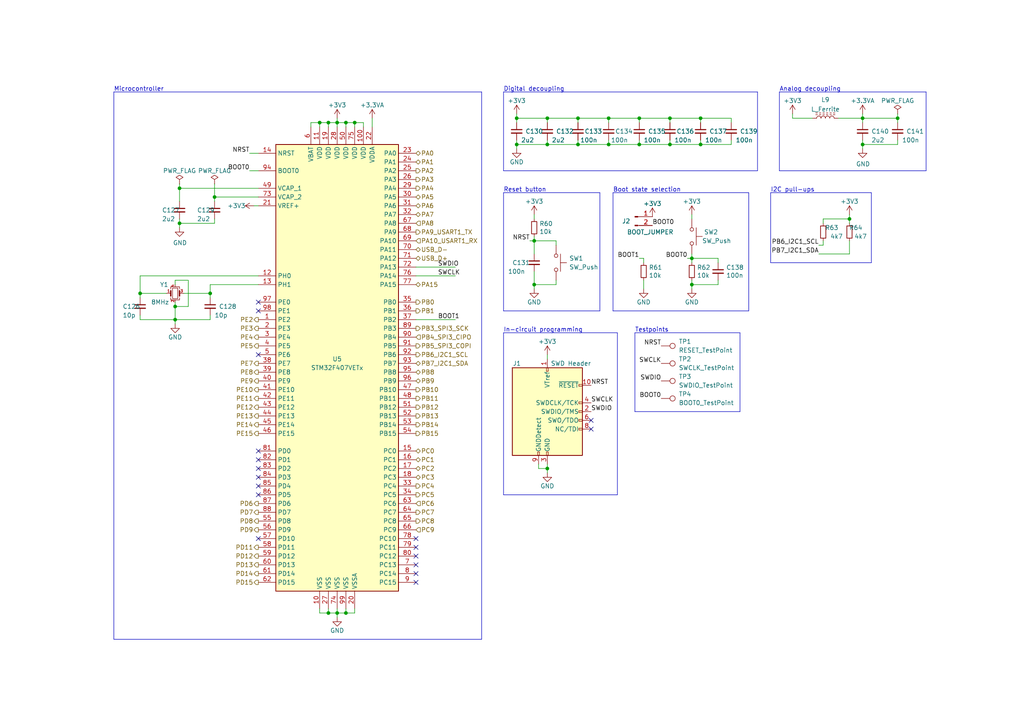
<source format=kicad_sch>
(kicad_sch (version 20231120) (generator "eeschema") (generator_version "8.0")
  (paper "A4")
  (lib_symbols
    (symbol "Connector:Conn_01x02_Male" (pin_names (offset 1.016) hide)
      (property "Reference" "J" (at 0 2.54 0))
      (property "Value" "Conn_01x02_Male" (at 0 -5.08 0))
      (symbol "Conn_01x02_Male_1_1"
        (polyline (pts (xy 1.27 -2.54) (xy 0.8636 -2.54)) (stroke (width 0.1524)))
        (polyline (pts (xy 1.27 0) (xy 0.8636 0)) (stroke (width 0.1524)))
        (rectangle (start 0.8636 -2.413) (end 0 -2.667) (stroke (width 0.1524)) (fill (type outline)))
        (rectangle (start 0.8636 0.127) (end 0 -0.127) (stroke (width 0.1524)) (fill (type outline)))
        (pin passive line (at 5.08 0 180) (length 3.81) (name "Pin_1") (number "1"))
        (pin passive line (at 5.08 -2.54 180) (length 3.81) (name "Pin_2") (number "2"))
      )
    )
    (symbol "Connector:Conn_ARM_JTAG_SWD_10" (pin_names (offset 1.016))
      (property "Reference" "J" (at -2.54 16.51 0))
      (property "Value" "Conn_ARM_JTAG_SWD_10" (at -2.54 13.97 0))
      (symbol "Conn_ARM_JTAG_SWD_10_0_1"
        (rectangle (start -10.16 12.7) (end 10.16 -12.7) (stroke (width 0.254)) (fill (type background)))
        (rectangle (start -2.794 -12.7) (end -2.286 -11.684))
        (rectangle (start -0.254 -12.7) (end 0.254 -11.684))
        (rectangle (start -0.254 12.7) (end 0.254 11.684))
        (rectangle (start 9.144 2.286) (end 10.16 2.794))
        (rectangle (start 10.16 -2.794) (end 9.144 -2.286))
        (rectangle (start 10.16 -0.254) (end 9.144 0.254))
        (rectangle (start 10.16 7.874) (end 9.144 7.366))
      )
      (symbol "Conn_ARM_JTAG_SWD_10_1_1"
        (rectangle (start 9.144 -5.334) (end 10.16 -4.826))
        (pin power_in line (at 0 15.24 270) (length 2.54) (name "VTref") (number "1"))
        (pin open_collector line (at 12.7 7.62 180) (length 2.54) (name "~{RESET}") (number "10"))
        (pin bidirectional line (at 12.7 0 180) (length 2.54) (name "SWDIO/TMS") (number "2"))
        (pin power_in line (at 0 -15.24 90) (length 2.54) (name "GND") (number "3"))
        (pin output line (at 12.7 2.54 180) (length 2.54) (name "SWDCLK/TCK") (number "4"))
        (pin passive line (at 0 -15.24 90) (length 2.54) hide (name "GND") (number "5"))
        (pin input line (at 12.7 -2.54 180) (length 2.54) (name "SWO/TDO") (number "6"))
        (pin no_connect line (at -10.16 0 0) (length 2.54) hide (name "KEY") (number "7"))
        (pin output line (at 12.7 -5.08 180) (length 2.54) (name "NC/TDI") (number "8"))
        (pin passive line (at -2.54 -15.24 90) (length 2.54) (name "GNDDetect") (number "9"))
      )
    )
    (symbol "Connector:TestPoint" (pin_numbers hide) (pin_names (offset 0.762) hide)
      (property "Reference" "TP" (at 0 6.858 0))
      (property "Value" "TestPoint" (at 0 5.08 0))
      (symbol "TestPoint_0_1"
        (circle (center 0 3.302) (radius 0.762))
      )
      (symbol "TestPoint_1_1"
        (pin passive line (at 0 0 90) (length 2.54) (name "1") (number "1"))
      )
    )
    (symbol "Device:C_Small" (pin_numbers hide) (pin_names (offset 0.254) hide)
      (property "Reference" "C" (at 0.254 1.778 0))
      (property "Value" "C_Small" (at 0.254 -2.032 0))
      (symbol "C_Small_0_1"
        (polyline (pts (xy -1.524 -0.508) (xy 1.524 -0.508)) (stroke (width 0.3302)))
        (polyline (pts (xy -1.524 0.508) (xy 1.524 0.508)) (stroke (width 0.3048)))
      )
      (symbol "C_Small_1_1"
        (pin passive line (at 0 2.54 270) (length 2.032) (name "~") (number "1"))
        (pin passive line (at 0 -2.54 90) (length 2.032) (name "~") (number "2"))
      )
    )
    (symbol "Device:Crystal_GND24_Small" (pin_names (offset 1.016) hide)
      (property "Reference" "Y" (at 1.27 4.445 0))
      (property "Value" "Crystal_GND24_Small" (at 1.27 2.54 0))
      (symbol "Crystal_GND24_Small_0_1"
        (rectangle (start -0.762 -1.524) (end 0.762 1.524))
        (polyline (pts (xy -1.27 -0.762) (xy -1.27 0.762)) (stroke (width 0.381)))
        (polyline (pts (xy 1.27 -0.762) (xy 1.27 0.762)) (stroke (width 0.381)))
        (polyline (pts (xy -1.27 -1.27) (xy -1.27 -1.905) (xy 1.27 -1.905) (xy 1.27 -1.27)))
        (polyline (pts (xy -1.27 1.27) (xy -1.27 1.905) (xy 1.27 1.905) (xy 1.27 1.27)))
      )
      (symbol "Crystal_GND24_Small_1_1"
        (pin passive line (at -2.54 0 0) (length 1.27) (name "1") (number "1"))
        (pin passive line (at 0 -2.54 90) (length 0.635) (name "2") (number "2"))
        (pin passive line (at 2.54 0 180) (length 1.27) (name "3") (number "3"))
        (pin passive line (at 0 2.54 270) (length 0.635) (name "4") (number "4"))
      )
    )
    (symbol "Device:L_Ferrite" (pin_numbers hide) (pin_names (offset 1.016) hide)
      (property "Reference" "L" (at -1.27 0 90))
      (property "Value" "L_Ferrite" (at 2.794 0 90))
      (symbol "L_Ferrite_0_1"
        (arc (start 0 -2.54) (mid 0.6323 -1.905) (end 0 -1.27))
        (arc (start 0 -1.27) (mid 0.6323 -0.635) (end 0 0))
        (polyline (pts (xy 1.016 -2.794) (xy 1.016 -2.286)))
        (polyline (pts (xy 1.016 -1.778) (xy 1.016 -1.27)))
        (polyline (pts (xy 1.016 -0.762) (xy 1.016 -0.254)))
        (polyline (pts (xy 1.016 0.254) (xy 1.016 0.762)))
        (polyline (pts (xy 1.016 1.27) (xy 1.016 1.778)))
        (polyline (pts (xy 1.016 2.286) (xy 1.016 2.794)))
        (polyline (pts (xy 1.524 -2.286) (xy 1.524 -2.794)))
        (polyline (pts (xy 1.524 -1.27) (xy 1.524 -1.778)))
        (polyline (pts (xy 1.524 -0.254) (xy 1.524 -0.762)))
        (polyline (pts (xy 1.524 0.762) (xy 1.524 0.254)))
        (polyline (pts (xy 1.524 1.778) (xy 1.524 1.27)))
        (polyline (pts (xy 1.524 2.794) (xy 1.524 2.286)))
        (arc (start 0 0) (mid 0.6323 0.635) (end 0 1.27))
        (arc (start 0 1.27) (mid 0.6323 1.905) (end 0 2.54))
      )
      (symbol "L_Ferrite_1_1"
        (pin passive line (at 0 3.81 270) (length 1.27) (name "1") (number "1"))
        (pin passive line (at 0 -3.81 90) (length 1.27) (name "2") (number "2"))
      )
    )
    (symbol "Device:R_Small" (pin_numbers hide) (pin_names (offset 0.254) hide)
      (property "Reference" "R" (at 0.762 0.508 0))
      (property "Value" "R_Small" (at 0.762 -1.016 0))
      (symbol "R_Small_0_1"
        (rectangle (start -0.762 1.778) (end 0.762 -1.778) (stroke (width 0.2032)))
      )
      (symbol "R_Small_1_1"
        (pin passive line (at 0 2.54 270) (length 0.762) (name "~") (number "1"))
        (pin passive line (at 0 -2.54 90) (length 0.762) (name "~") (number "2"))
      )
    )
    (symbol "MCU_ST_STM32F4:STM32F407VETx"
      (property "Reference" "U" (at -17.78 64.77 0))
      (property "Value" "STM32F407VETx" (at 12.7 64.77 0))
      (symbol "STM32F407VETx_0_1"
        (rectangle (start -17.78 -66.04) (end 17.78 63.5) (stroke (width 0.254)) (fill (type background)))
      )
      (symbol "STM32F407VETx_1_1"
        (pin bidirectional line (at -22.86 12.7 0) (length 5.08) (name "PE2") (number "1"))
        (pin power_in line (at -5.08 -71.12 90) (length 5.08) (name "VSS") (number "10"))
        (pin power_in line (at 7.62 68.58 270) (length 5.08) (name "VDD") (number "100"))
        (pin power_in line (at -5.08 68.58 270) (length 5.08) (name "VDD") (number "11"))
        (pin input line (at -22.86 25.4 0) (length 5.08) (name "PH0") (number "12"))
        (pin input line (at -22.86 22.86 0) (length 5.08) (name "PH1") (number "13"))
        (pin input line (at -22.86 60.96 0) (length 5.08) (name "NRST") (number "14"))
        (pin bidirectional line (at 22.86 -25.4 180) (length 5.08) (name "PC0") (number "15"))
        (pin bidirectional line (at 22.86 -27.94 180) (length 5.08) (name "PC1") (number "16"))
        (pin bidirectional line (at 22.86 -30.48 180) (length 5.08) (name "PC2") (number "17"))
        (pin bidirectional line (at 22.86 -33.02 180) (length 5.08) (name "PC3") (number "18"))
        (pin power_in line (at -2.54 68.58 270) (length 5.08) (name "VDD") (number "19"))
        (pin bidirectional line (at -22.86 10.16 0) (length 5.08) (name "PE3") (number "2"))
        (pin power_in line (at 5.08 -71.12 90) (length 5.08) (name "VSSA") (number "20"))
        (pin power_in line (at -22.86 45.72 0) (length 5.08) (name "VREF+") (number "21"))
        (pin power_in line (at 10.16 68.58 270) (length 5.08) (name "VDDA") (number "22"))
        (pin bidirectional line (at 22.86 60.96 180) (length 5.08) (name "PA0") (number "23"))
        (pin bidirectional line (at 22.86 58.42 180) (length 5.08) (name "PA1") (number "24"))
        (pin bidirectional line (at 22.86 55.88 180) (length 5.08) (name "PA2") (number "25"))
        (pin bidirectional line (at 22.86 53.34 180) (length 5.08) (name "PA3") (number "26"))
        (pin power_in line (at -2.54 -71.12 90) (length 5.08) (name "VSS") (number "27"))
        (pin power_in line (at 0 68.58 270) (length 5.08) (name "VDD") (number "28"))
        (pin bidirectional line (at 22.86 50.8 180) (length 5.08) (name "PA4") (number "29"))
        (pin bidirectional line (at -22.86 7.62 0) (length 5.08) (name "PE4") (number "3"))
        (pin bidirectional line (at 22.86 48.26 180) (length 5.08) (name "PA5") (number "30"))
        (pin bidirectional line (at 22.86 45.72 180) (length 5.08) (name "PA6") (number "31"))
        (pin bidirectional line (at 22.86 43.18 180) (length 5.08) (name "PA7") (number "32"))
        (pin bidirectional line (at 22.86 -35.56 180) (length 5.08) (name "PC4") (number "33"))
        (pin bidirectional line (at 22.86 -38.1 180) (length 5.08) (name "PC5") (number "34"))
        (pin bidirectional line (at 22.86 17.78 180) (length 5.08) (name "PB0") (number "35"))
        (pin bidirectional line (at 22.86 15.24 180) (length 5.08) (name "PB1") (number "36"))
        (pin bidirectional line (at 22.86 12.7 180) (length 5.08) (name "PB2") (number "37"))
        (pin bidirectional line (at -22.86 0 0) (length 5.08) (name "PE7") (number "38"))
        (pin bidirectional line (at -22.86 -2.54 0) (length 5.08) (name "PE8") (number "39"))
        (pin bidirectional line (at -22.86 5.08 0) (length 5.08) (name "PE5") (number "4"))
        (pin bidirectional line (at -22.86 -5.08 0) (length 5.08) (name "PE9") (number "40"))
        (pin bidirectional line (at -22.86 -7.62 0) (length 5.08) (name "PE10") (number "41"))
        (pin bidirectional line (at -22.86 -10.16 0) (length 5.08) (name "PE11") (number "42"))
        (pin bidirectional line (at -22.86 -12.7 0) (length 5.08) (name "PE12") (number "43"))
        (pin bidirectional line (at -22.86 -15.24 0) (length 5.08) (name "PE13") (number "44"))
        (pin bidirectional line (at -22.86 -17.78 0) (length 5.08) (name "PE14") (number "45"))
        (pin bidirectional line (at -22.86 -20.32 0) (length 5.08) (name "PE15") (number "46"))
        (pin bidirectional line (at 22.86 -7.62 180) (length 5.08) (name "PB10") (number "47"))
        (pin bidirectional line (at 22.86 -10.16 180) (length 5.08) (name "PB11") (number "48"))
        (pin power_in line (at -22.86 50.8 0) (length 5.08) (name "VCAP_1") (number "49"))
        (pin bidirectional line (at -22.86 2.54 0) (length 5.08) (name "PE6") (number "5"))
        (pin power_in line (at 2.54 68.58 270) (length 5.08) (name "VDD") (number "50"))
        (pin bidirectional line (at 22.86 -12.7 180) (length 5.08) (name "PB12") (number "51"))
        (pin bidirectional line (at 22.86 -15.24 180) (length 5.08) (name "PB13") (number "52"))
        (pin bidirectional line (at 22.86 -17.78 180) (length 5.08) (name "PB14") (number "53"))
        (pin bidirectional line (at 22.86 -20.32 180) (length 5.08) (name "PB15") (number "54"))
        (pin bidirectional line (at -22.86 -45.72 0) (length 5.08) (name "PD8") (number "55"))
        (pin bidirectional line (at -22.86 -48.26 0) (length 5.08) (name "PD9") (number "56"))
        (pin bidirectional line (at -22.86 -50.8 0) (length 5.08) (name "PD10") (number "57"))
        (pin bidirectional line (at -22.86 -53.34 0) (length 5.08) (name "PD11") (number "58"))
        (pin bidirectional line (at -22.86 -55.88 0) (length 5.08) (name "PD12") (number "59"))
        (pin power_in line (at -7.62 68.58 270) (length 5.08) (name "VBAT") (number "6"))
        (pin bidirectional line (at -22.86 -58.42 0) (length 5.08) (name "PD13") (number "60"))
        (pin bidirectional line (at -22.86 -60.96 0) (length 5.08) (name "PD14") (number "61"))
        (pin bidirectional line (at -22.86 -63.5 0) (length 5.08) (name "PD15") (number "62"))
        (pin bidirectional line (at 22.86 -40.64 180) (length 5.08) (name "PC6") (number "63"))
        (pin bidirectional line (at 22.86 -43.18 180) (length 5.08) (name "PC7") (number "64"))
        (pin bidirectional line (at 22.86 -45.72 180) (length 5.08) (name "PC8") (number "65"))
        (pin bidirectional line (at 22.86 -48.26 180) (length 5.08) (name "PC9") (number "66"))
        (pin bidirectional line (at 22.86 40.64 180) (length 5.08) (name "PA8") (number "67"))
        (pin bidirectional line (at 22.86 38.1 180) (length 5.08) (name "PA9") (number "68"))
        (pin bidirectional line (at 22.86 35.56 180) (length 5.08) (name "PA10") (number "69"))
        (pin bidirectional line (at 22.86 -58.42 180) (length 5.08) (name "PC13") (number "7"))
        (pin bidirectional line (at 22.86 33.02 180) (length 5.08) (name "PA11") (number "70"))
        (pin bidirectional line (at 22.86 30.48 180) (length 5.08) (name "PA12") (number "71"))
        (pin bidirectional line (at 22.86 27.94 180) (length 5.08) (name "PA13") (number "72"))
        (pin power_in line (at -22.86 48.26 0) (length 5.08) (name "VCAP_2") (number "73"))
        (pin power_in line (at 0 -71.12 90) (length 5.08) (name "VSS") (number "74"))
        (pin power_in line (at 5.08 68.58 270) (length 5.08) (name "VDD") (number "75"))
        (pin bidirectional line (at 22.86 25.4 180) (length 5.08) (name "PA14") (number "76"))
        (pin bidirectional line (at 22.86 22.86 180) (length 5.08) (name "PA15") (number "77"))
        (pin bidirectional line (at 22.86 -50.8 180) (length 5.08) (name "PC10") (number "78"))
        (pin bidirectional line (at 22.86 -53.34 180) (length 5.08) (name "PC11") (number "79"))
        (pin bidirectional line (at 22.86 -60.96 180) (length 5.08) (name "PC14") (number "8"))
        (pin bidirectional line (at 22.86 -55.88 180) (length 5.08) (name "PC12") (number "80"))
        (pin bidirectional line (at -22.86 -25.4 0) (length 5.08) (name "PD0") (number "81"))
        (pin bidirectional line (at -22.86 -27.94 0) (length 5.08) (name "PD1") (number "82"))
        (pin bidirectional line (at -22.86 -30.48 0) (length 5.08) (name "PD2") (number "83"))
        (pin bidirectional line (at -22.86 -33.02 0) (length 5.08) (name "PD3") (number "84"))
        (pin bidirectional line (at -22.86 -35.56 0) (length 5.08) (name "PD4") (number "85"))
        (pin bidirectional line (at -22.86 -38.1 0) (length 5.08) (name "PD5") (number "86"))
        (pin bidirectional line (at -22.86 -40.64 0) (length 5.08) (name "PD6") (number "87"))
        (pin bidirectional line (at -22.86 -43.18 0) (length 5.08) (name "PD7") (number "88"))
        (pin bidirectional line (at 22.86 10.16 180) (length 5.08) (name "PB3") (number "89"))
        (pin bidirectional line (at 22.86 -63.5 180) (length 5.08) (name "PC15") (number "9"))
        (pin bidirectional line (at 22.86 7.62 180) (length 5.08) (name "PB4") (number "90"))
        (pin bidirectional line (at 22.86 5.08 180) (length 5.08) (name "PB5") (number "91"))
        (pin bidirectional line (at 22.86 2.54 180) (length 5.08) (name "PB6") (number "92"))
        (pin bidirectional line (at 22.86 0 180) (length 5.08) (name "PB7") (number "93"))
        (pin input line (at -22.86 55.88 0) (length 5.08) (name "BOOT0") (number "94"))
        (pin bidirectional line (at 22.86 -2.54 180) (length 5.08) (name "PB8") (number "95"))
        (pin bidirectional line (at 22.86 -5.08 180) (length 5.08) (name "PB9") (number "96"))
        (pin bidirectional line (at -22.86 17.78 0) (length 5.08) (name "PE0") (number "97"))
        (pin bidirectional line (at -22.86 15.24 0) (length 5.08) (name "PE1") (number "98"))
        (pin power_in line (at 2.54 -71.12 90) (length 5.08) (name "VSS") (number "99"))
      )
    )
    (symbol "Switch:SW_Push" (pin_numbers hide) (pin_names (offset 1.016) hide)
      (property "Reference" "SW" (at 1.27 2.54 0))
      (property "Value" "SW_Push" (at 0 -1.524 0))
      (symbol "SW_Push_0_1"
        (circle (center -2.032 0) (radius 0.508))
        (polyline (pts (xy 0 1.27) (xy 0 3.048)))
        (polyline (pts (xy 2.54 1.27) (xy -2.54 1.27)))
        (circle (center 2.032 0) (radius 0.508))
        (pin passive line (at -5.08 0 0) (length 2.54) (name "1") (number "1"))
        (pin passive line (at 5.08 0 180) (length 2.54) (name "2") (number "2"))
      )
    )
    (symbol "power:+3.3V" (power) (pin_names (offset 0))
      (property "Value" "+3.3V" (at 0 3.556 0))
      (symbol "+3.3V_0_1"
        (polyline (pts (xy -0.762 1.27) (xy 0 2.54)))
        (polyline (pts (xy 0 0) (xy 0 2.54)))
        (polyline (pts (xy 0 2.54) (xy 0.762 1.27)))
      )
      (symbol "+3.3V_1_1"
        (pin power_in line (at 0 0 90) (length 0) hide (name "+3V3") (number "1"))
      )
    )
    (symbol "power:+3.3VA" (power) (pin_names (offset 0))
      (property "Value" "+3.3VA" (at 0 3.556 0))
      (symbol "+3.3VA_0_1"
        (polyline (pts (xy -0.762 1.27) (xy 0 2.54)))
        (polyline (pts (xy 0 0) (xy 0 2.54)))
        (polyline (pts (xy 0 2.54) (xy 0.762 1.27)))
      )
      (symbol "+3.3VA_1_1"
        (pin power_in line (at 0 0 90) (length 0) hide (name "+3.3VA") (number "1"))
      )
    )
    (symbol "power:+3V3" (power) (pin_names (offset 0))
      (property "Value" "+3V3" (at 0 3.556 0))
      (symbol "+3V3_0_1"
        (polyline (pts (xy -0.762 1.27) (xy 0 2.54)))
        (polyline (pts (xy 0 0) (xy 0 2.54)))
        (polyline (pts (xy 0 2.54) (xy 0.762 1.27)))
      )
      (symbol "+3V3_1_1"
        (pin power_in line (at 0 0 90) (length 0) hide (name "+3V3") (number "1"))
      )
    )
    (symbol "power:GND" (power) (pin_names (offset 0))
      (property "Value" "GND" (at 0 -3.81 0))
      (symbol "GND_0_1"
        (polyline (pts (xy 0 0) (xy 0 -1.27) (xy 1.27 -1.27) (xy 0 -2.54) (xy -1.27 -1.27) (xy 0 -1.27)))
      )
      (symbol "GND_1_1"
        (pin power_in line (at 0 0 270) (length 0) hide (name "GND") (number "1"))
      )
    )
    (symbol "power:PWR_FLAG" (power) (pin_numbers hide) (pin_names (offset 0) hide)
      (property "Value" "PWR_FLAG" (at 0 3.81 0))
      (symbol "PWR_FLAG_0_0"
        (pin power_out line (at 0 0 90) (length 0) (name "pwr") (number "1"))
      )
      (symbol "PWR_FLAG_0_1"
        (polyline (pts (xy 0 0) (xy 0 1.27) (xy -1.016 1.905) (xy 0 2.54) (xy 1.016 1.905) (xy 0 1.27)))
      )
    )
  )
  (junction (at 102.87 35.56))
  (junction (at 200.66 74.93))
  (junction (at 250.19 41.91))
  (junction (at 158.75 41.91))
  (junction (at 176.53 34.29))
  (junction (at 167.64 41.91))
  (junction (at 154.94 82.55))
  (junction (at 95.25 35.56))
  (junction (at 154.94 69.85))
  (junction (at 203.2 41.91))
  (junction (at 149.86 41.91))
  (junction (at 194.31 41.91))
  (junction (at 149.86 34.29))
  (junction (at 62.23 57.15))
  (junction (at 185.42 41.91))
  (junction (at 50.8 92.71))
  (junction (at 40.64 85.09))
  (junction (at 52.07 54.61))
  (junction (at 158.75 135.89))
  (junction (at 60.96 85.09))
  (junction (at 158.75 34.29))
  (junction (at 200.66 82.55))
  (junction (at 203.2 34.29))
  (junction (at 167.64 34.29))
  (junction (at 97.79 35.56))
  (junction (at 100.33 35.56))
  (junction (at 246.38 63.5))
  (junction (at 260.35 34.29))
  (junction (at 176.53 41.91))
  (junction (at 100.33 177.8))
  (junction (at 194.31 34.29))
  (junction (at 185.42 34.29))
  (junction (at 92.71 35.56))
  (junction (at 95.25 177.8))
  (junction (at 97.79 177.8))
  (junction (at 50.8 88.9))
  (junction (at 52.07 64.77))
  (junction (at 250.19 34.29))
  (no_connect (at 120.65 156.21))
  (no_connect (at 171.45 121.92))
  (no_connect (at 120.65 166.37))
  (no_connect (at 74.93 143.51))
  (no_connect (at 74.93 130.81))
  (no_connect (at 74.93 133.35))
  (no_connect (at 120.65 168.91))
  (no_connect (at 120.65 161.29))
  (no_connect (at 74.93 135.89))
  (no_connect (at 74.93 87.63))
  (no_connect (at 74.93 156.21))
  (no_connect (at 74.93 90.17))
  (no_connect (at 74.93 140.97))
  (no_connect (at 120.65 158.75))
  (no_connect (at 74.93 138.43))
  (no_connect (at 171.45 124.46))
  (no_connect (at 120.65 163.83))
  (no_connect (at 74.93 102.87))
  (wire (pts (xy 238.76 71.12) (xy 238.76 69.85)))
  (wire (pts (xy 167.64 34.29) (xy 176.53 34.29)))
  (wire (pts (xy 260.35 34.29) (xy 260.35 35.56)))
  (wire (pts (xy 158.75 102.87) (xy 158.75 104.14)))
  (wire (pts (xy 243.205 34.29) (xy 250.19 34.29)))
  (wire (pts (xy 250.19 34.29) (xy 260.35 34.29)))
  (wire (pts (xy 90.17 36.83) (xy 90.17 35.56)))
  (wire (pts (xy 167.64 34.29) (xy 167.64 35.56)))
  (wire (pts (xy 60.96 85.09) (xy 60.96 86.36)))
  (wire (pts (xy 158.75 34.29) (xy 167.64 34.29)))
  (wire (pts (xy 40.64 80.01) (xy 40.64 85.09)))
  (wire (pts (xy 153.67 69.85) (xy 154.94 69.85)))
  (wire (pts (xy 62.23 57.15) (xy 62.23 58.42)))
  (wire (pts (xy 40.64 92.71) (xy 50.8 92.71)))
  (wire (pts (xy 107.95 34.29) (xy 107.95 36.83)))
  (polyline (pts (xy 139.7 26.67) (xy 139.7 185.42)))
  (wire (pts (xy 50.8 87.63) (xy 50.8 88.9)))
  (wire (pts (xy 250.19 41.91) (xy 250.19 43.18)))
  (wire (pts (xy 154.94 78.74) (xy 154.94 82.55)))
  (wire (pts (xy 102.87 35.56) (xy 105.41 35.56)))
  (wire (pts (xy 167.64 41.91) (xy 167.64 40.64)))
  (polyline (pts (xy 146.05 55.88) (xy 146.05 90.17)))
  (wire (pts (xy 50.8 88.9) (xy 50.8 92.71)))
  (wire (pts (xy 250.19 35.56) (xy 250.19 34.29)))
  (wire (pts (xy 200.66 74.93) (xy 208.28 74.93)))
  (wire (pts (xy 97.79 34.29) (xy 97.79 35.56)))
  (wire (pts (xy 229.87 33.02) (xy 229.87 34.29)))
  (polyline (pts (xy 33.02 26.67) (xy 139.7 26.67)))
  (wire (pts (xy 92.71 176.53) (xy 92.71 177.8)))
  (polyline (pts (xy 226.06 26.67) (xy 226.06 49.53)))
  (wire (pts (xy 185.42 74.93) (xy 186.69 74.93)))
  (wire (pts (xy 208.28 82.55) (xy 208.28 81.28)))
  (wire (pts (xy 246.38 69.85) (xy 246.38 73.66)))
  (wire (pts (xy 100.33 35.56) (xy 102.87 35.56)))
  (wire (pts (xy 200.66 62.23) (xy 200.66 63.5)))
  (wire (pts (xy 260.35 33.02) (xy 260.35 34.29)))
  (wire (pts (xy 50.8 81.28) (xy 54.61 81.28)))
  (wire (pts (xy 161.29 69.85) (xy 154.94 69.85)))
  (wire (pts (xy 229.87 34.29) (xy 235.585 34.29)))
  (wire (pts (xy 97.79 35.56) (xy 100.33 35.56)))
  (wire (pts (xy 40.64 86.36) (xy 40.64 85.09)))
  (wire (pts (xy 185.42 34.29) (xy 194.31 34.29)))
  (wire (pts (xy 149.86 35.56) (xy 149.86 34.29)))
  (wire (pts (xy 238.76 63.5) (xy 238.76 64.77)))
  (wire (pts (xy 52.07 64.77) (xy 62.23 64.77)))
  (wire (pts (xy 200.66 74.93) (xy 200.66 76.2)))
  (wire (pts (xy 132.08 92.71) (xy 120.65 92.71)))
  (wire (pts (xy 176.53 41.91) (xy 176.53 40.64)))
  (wire (pts (xy 100.33 176.53) (xy 100.33 177.8)))
  (wire (pts (xy 154.94 69.85) (xy 154.94 73.66)))
  (wire (pts (xy 92.71 177.8) (xy 95.25 177.8)))
  (wire (pts (xy 95.25 177.8) (xy 97.79 177.8)))
  (polyline (pts (xy 214.63 96.52) (xy 214.63 119.38)))
  (wire (pts (xy 72.39 49.53) (xy 74.93 49.53)))
  (wire (pts (xy 185.42 41.91) (xy 185.42 40.64)))
  (wire (pts (xy 250.19 41.91) (xy 250.19 40.64)))
  (polyline (pts (xy 219.71 49.53) (xy 146.05 49.53)))
  (wire (pts (xy 92.71 35.56) (xy 95.25 35.56)))
  (wire (pts (xy 237.49 71.12) (xy 238.76 71.12)))
  (wire (pts (xy 158.75 41.91) (xy 149.86 41.91)))
  (polyline (pts (xy 217.17 55.88) (xy 217.17 90.17)))
  (wire (pts (xy 52.07 54.61) (xy 52.07 58.42)))
  (wire (pts (xy 149.86 41.91) (xy 149.86 40.64)))
  (wire (pts (xy 105.41 35.56) (xy 105.41 36.83)))
  (wire (pts (xy 97.79 177.8) (xy 97.79 179.07)))
  (polyline (pts (xy 268.605 26.67) (xy 268.605 49.53)))
  (wire (pts (xy 212.09 41.91) (xy 203.2 41.91)))
  (wire (pts (xy 212.09 34.29) (xy 212.09 35.56)))
  (wire (pts (xy 186.69 74.93) (xy 186.69 76.2)))
  (wire (pts (xy 74.93 82.55) (xy 60.96 82.55)))
  (polyline (pts (xy 177.8 55.88) (xy 217.17 55.88)))
  (wire (pts (xy 158.75 41.91) (xy 158.75 40.64)))
  (polyline (pts (xy 146.05 90.17) (xy 173.99 90.17)))
  (wire (pts (xy 52.07 53.34) (xy 52.07 54.61)))
  (wire (pts (xy 40.64 80.01) (xy 74.93 80.01)))
  (wire (pts (xy 62.23 53.34) (xy 62.23 57.15)))
  (wire (pts (xy 132.08 80.01) (xy 120.65 80.01)))
  (wire (pts (xy 97.79 176.53) (xy 97.79 177.8)))
  (wire (pts (xy 100.33 35.56) (xy 100.33 36.83)))
  (polyline (pts (xy 177.8 55.88) (xy 177.8 90.17)))
  (polyline (pts (xy 226.06 26.67) (xy 268.605 26.67)))
  (wire (pts (xy 161.29 82.55) (xy 161.29 81.28)))
  (wire (pts (xy 203.2 34.29) (xy 203.2 35.56)))
  (wire (pts (xy 194.31 41.91) (xy 185.42 41.91)))
  (wire (pts (xy 62.23 57.15) (xy 74.93 57.15)))
  (wire (pts (xy 167.64 41.91) (xy 158.75 41.91)))
  (wire (pts (xy 54.61 81.28) (xy 54.61 88.9)))
  (wire (pts (xy 200.66 82.55) (xy 200.66 83.82)))
  (wire (pts (xy 52.07 64.77) (xy 52.07 66.04)))
  (wire (pts (xy 154.94 62.23) (xy 154.94 63.5)))
  (wire (pts (xy 72.39 44.45) (xy 74.93 44.45)))
  (wire (pts (xy 250.19 33.02) (xy 250.19 34.29)))
  (wire (pts (xy 97.79 177.8) (xy 100.33 177.8)))
  (wire (pts (xy 73.66 59.69) (xy 74.93 59.69)))
  (polyline (pts (xy 184.15 96.52) (xy 214.63 96.52)))
  (wire (pts (xy 60.96 82.55) (xy 60.96 85.09)))
  (polyline (pts (xy 146.05 96.52) (xy 146.05 143.51)))
  (wire (pts (xy 260.35 40.64) (xy 260.35 41.91)))
  (wire (pts (xy 154.94 82.55) (xy 154.94 83.82)))
  (wire (pts (xy 156.21 135.89) (xy 158.75 135.89)))
  (wire (pts (xy 40.64 85.09) (xy 48.26 85.09)))
  (wire (pts (xy 238.76 63.5) (xy 246.38 63.5)))
  (wire (pts (xy 186.69 81.28) (xy 186.69 83.82)))
  (wire (pts (xy 158.75 135.89) (xy 158.75 134.62)))
  (wire (pts (xy 194.31 34.29) (xy 194.31 35.56)))
  (wire (pts (xy 161.29 71.12) (xy 161.29 69.85)))
  (wire (pts (xy 132.08 77.47) (xy 120.65 77.47)))
  (wire (pts (xy 95.25 35.56) (xy 95.25 36.83)))
  (wire (pts (xy 149.86 33.02) (xy 149.86 34.29)))
  (wire (pts (xy 203.2 34.29) (xy 212.09 34.29)))
  (wire (pts (xy 200.66 82.55) (xy 208.28 82.55)))
  (wire (pts (xy 246.38 62.23) (xy 246.38 63.5)))
  (wire (pts (xy 185.42 34.29) (xy 185.42 35.56)))
  (wire (pts (xy 92.71 35.56) (xy 92.71 36.83)))
  (polyline (pts (xy 268.605 49.53) (xy 226.06 49.53)))
  (polyline (pts (xy 146.05 26.67) (xy 219.71 26.67)))
  (polyline (pts (xy 252.73 76.2) (xy 223.52 76.2)))
  (polyline (pts (xy 223.52 55.88) (xy 252.73 55.88)))
  (wire (pts (xy 52.07 54.61) (xy 74.93 54.61)))
  (wire (pts (xy 149.86 34.29) (xy 158.75 34.29)))
  (polyline (pts (xy 33.02 26.67) (xy 33.02 185.42)))
  (wire (pts (xy 158.75 135.89) (xy 158.75 137.16)))
  (wire (pts (xy 208.28 76.2) (xy 208.28 74.93)))
  (wire (pts (xy 90.17 35.56) (xy 92.71 35.56)))
  (polyline (pts (xy 146.05 55.88) (xy 173.99 55.88)))
  (wire (pts (xy 246.38 63.5) (xy 246.38 64.77)))
  (wire (pts (xy 50.8 82.55) (xy 50.8 81.28)))
  (wire (pts (xy 102.87 177.8) (xy 102.87 176.53)))
  (polyline (pts (xy 139.7 185.42) (xy 33.02 185.42)))
  (polyline (pts (xy 179.07 96.52) (xy 179.07 143.51)))
  (wire (pts (xy 62.23 63.5) (xy 62.23 64.77)))
  (wire (pts (xy 154.94 69.85) (xy 154.94 68.58)))
  (wire (pts (xy 176.53 41.91) (xy 167.64 41.91)))
  (polyline (pts (xy 179.07 143.51) (xy 146.05 143.51)))
  (wire (pts (xy 52.07 63.5) (xy 52.07 64.77)))
  (polyline (pts (xy 223.52 55.88) (xy 223.52 76.2)))
  (polyline (pts (xy 219.71 26.67) (xy 219.71 49.53)))
  (wire (pts (xy 156.21 135.89) (xy 156.21 134.62)))
  (wire (pts (xy 50.8 88.9) (xy 54.61 88.9)))
  (wire (pts (xy 212.09 40.64) (xy 212.09 41.91)))
  (polyline (pts (xy 146.05 96.52) (xy 179.07 96.52)))
  (polyline (pts (xy 252.73 55.88) (xy 252.73 76.2)))
  (wire (pts (xy 158.75 34.29) (xy 158.75 35.56)))
  (wire (pts (xy 203.2 41.91) (xy 203.2 40.64)))
  (wire (pts (xy 176.53 34.29) (xy 185.42 34.29)))
  (wire (pts (xy 50.8 92.71) (xy 60.96 92.71)))
  (wire (pts (xy 203.2 41.91) (xy 194.31 41.91)))
  (wire (pts (xy 149.86 41.91) (xy 149.86 43.18)))
  (wire (pts (xy 200.66 81.28) (xy 200.66 82.55)))
  (polyline (pts (xy 173.99 90.17) (xy 173.99 55.88)))
  (wire (pts (xy 194.31 41.91) (xy 194.31 40.64)))
  (wire (pts (xy 154.94 82.55) (xy 161.29 82.55)))
  (wire (pts (xy 102.87 35.56) (xy 102.87 36.83)))
  (wire (pts (xy 60.96 91.44) (xy 60.96 92.71)))
  (wire (pts (xy 199.39 74.93) (xy 200.66 74.93)))
  (wire (pts (xy 200.66 73.66) (xy 200.66 74.93)))
  (wire (pts (xy 97.79 35.56) (xy 97.79 36.83)))
  (wire (pts (xy 50.8 92.71) (xy 50.8 93.98)))
  (polyline (pts (xy 184.15 96.52) (xy 184.15 119.38)))
  (wire (pts (xy 260.35 41.91) (xy 250.19 41.91)))
  (wire (pts (xy 185.42 41.91) (xy 176.53 41.91)))
  (polyline (pts (xy 146.05 26.67) (xy 146.05 49.53)))
  (wire (pts (xy 237.49 73.66) (xy 246.38 73.66)))
  (wire (pts (xy 100.33 177.8) (xy 102.87 177.8)))
  (wire (pts (xy 194.31 34.29) (xy 203.2 34.29)))
  (wire (pts (xy 95.25 35.56) (xy 97.79 35.56)))
  (polyline (pts (xy 217.17 90.17) (xy 177.8 90.17)))
  (wire (pts (xy 40.64 91.44) (xy 40.64 92.71)))
  (wire (pts (xy 53.34 85.09) (xy 60.96 85.09)))
  (polyline (pts (xy 214.63 119.38) (xy 184.15 119.38)))
  (wire (pts (xy 95.25 176.53) (xy 95.25 177.8)))
  (wire (pts (xy 176.53 34.29) (xy 176.53 35.56)))
  (text "I2C pull-ups" (at 223.52 55.88 0) (effects (font (size 1.27 1.27)) (justify left bottom)))
  (text "Analog decoupling" (at 226.06 26.67 0) (effects (font (size 1.27 1.27)) (justify left bottom)))
  (text "Boot state selection" (at 177.8 55.88 0) (effects (font (size 1.27 1.27)) (justify left bottom)))
  (text "Microcontroller" (at 33.02 26.67 0) (effects (font (size 1.27 1.27)) (justify left bottom)))
  (text "Digital decoupling" (at 146.05 26.67 0) (effects (font (size 1.27 1.27)) (justify left bottom)))
  (text "In-circuit programming" (at 146.05 96.52 0) (effects (font (size 1.27 1.27)) (justify left bottom)))
  (text "Testpoints" (at 184.15 96.52 0) (effects (font (size 1.27 1.27)) (justify left bottom)))
  (text "Reset button" (at 146.05 55.88 0) (effects (font (size 1.27 1.27)) (justify left bottom)))
  (label "BOOT0" (at 199.39 74.93 180))
  (label "SWCLK" (at 127 80.01 0))
  (label "PB7_I2C1_SDA" (at 237.49 73.66 180))
  (label "NRST" (at 171.45 111.76 0))
  (label "SWDIO" (at 191.77 110.49 180))
  (label "BOOT0" (at 189.23 65.405 0))
  (label "NRST" (at 153.67 69.85 180))
  (label "BOOT1" (at 127 92.71 0))
  (label "BOOT0" (at 191.77 115.57 180))
  (label "BOOT0" (at 72.39 49.53 180))
  (label "PB6_I2C1_SCL" (at 237.49 71.12 180))
  (label "SWDIO" (at 127 77.47 0))
  (label "SWDIO" (at 171.45 119.38 0))
  (label "NRST" (at 72.39 44.45 180))
  (label "SWCLK" (at 171.45 116.84 0))
  (label "BOOT1" (at 185.42 74.93 180))
  (label "SWCLK" (at 191.77 105.41 180))
  (label "NRST" (at 191.77 100.33 180))
  (hierarchical_label "PE5" (shape output) (at 74.93 100.33 180))
  (hierarchical_label "PD11" (shape output) (at 74.93 158.75 180))
  (hierarchical_label "PB15" (shape output) (at 120.65 125.73 0))
  (hierarchical_label "PA3" (shape output) (at 120.65 52.07 0))
  (hierarchical_label "PA9_USART1_TX" (shape output) (at 120.65 67.31 0))
  (hierarchical_label "PE3" (shape output) (at 74.93 95.25 180))
  (hierarchical_label "PA6" (shape bidirectional) (at 120.65 59.69 0))
  (hierarchical_label "PD14" (shape output) (at 74.93 166.37 180))
  (hierarchical_label "PE9" (shape output) (at 74.93 110.49 180))
  (hierarchical_label "PC3" (shape bidirectional) (at 120.65 138.43 0))
  (hierarchical_label "PE7" (shape output) (at 74.93 105.41 180))
  (hierarchical_label "PB4_SPI3_CIPO" (shape input) (at 120.65 97.79 0))
  (hierarchical_label "PC6" (shape input) (at 120.65 146.05 0))
  (hierarchical_label "PD9" (shape output) (at 74.93 153.67 180))
  (hierarchical_label "PD15" (shape output) (at 74.93 168.91 180))
  (hierarchical_label "PB11" (shape output) (at 120.65 115.57 0))
  (hierarchical_label "PB9" (shape bidirectional) (at 120.65 110.49 0))
  (hierarchical_label "PB0" (shape output) (at 120.65 87.63 0))
  (hierarchical_label "PE2" (shape output) (at 74.93 92.71 180))
  (hierarchical_label "PC9" (shape input) (at 120.65 153.67 0))
  (hierarchical_label "PA15" (shape bidirectional) (at 120.65 82.55 0))
  (hierarchical_label "PD13" (shape output) (at 74.93 163.83 180))
  (hierarchical_label "PD6" (shape output) (at 74.93 146.05 180))
  (hierarchical_label "PC7" (shape output) (at 120.65 148.59 0))
  (hierarchical_label "PA5" (shape bidirectional) (at 120.65 57.15 0))
  (hierarchical_label "PC0" (shape bidirectional) (at 120.65 130.81 0))
  (hierarchical_label "PD7" (shape output) (at 74.93 148.59 180))
  (hierarchical_label "PC5" (shape output) (at 120.65 143.51 0))
  (hierarchical_label "PC8" (shape output) (at 120.65 151.13 0))
  (hierarchical_label "PB1" (shape output) (at 120.65 90.17 0))
  (hierarchical_label "PB5_SPI3_COPI" (shape output) (at 120.65 100.33 0))
  (hierarchical_label "PE11" (shape output) (at 74.93 115.57 180))
  (hierarchical_label "PB6_I2C1_SCL" (shape output) (at 120.65 102.87 0))
  (hierarchical_label "PE13" (shape output) (at 74.93 120.65 180))
  (hierarchical_label "PB7_I2C1_SDA" (shape bidirectional) (at 120.65 105.41 0))
  (hierarchical_label "PB14" (shape output) (at 120.65 123.19 0))
  (hierarchical_label "PE14" (shape output) (at 74.93 123.19 180))
  (hierarchical_label "PB10" (shape output) (at 120.65 113.03 0))
  (hierarchical_label "PD12" (shape output) (at 74.93 161.29 180))
  (hierarchical_label "PE4" (shape output) (at 74.93 97.79 180))
  (hierarchical_label "PE15" (shape output) (at 74.93 125.73 180))
  (hierarchical_label "PA7" (shape bidirectional) (at 120.65 62.23 0))
  (hierarchical_label "PA0" (shape bidirectional) (at 120.65 44.45 0))
  (hierarchical_label "USB_D+" (shape bidirectional) (at 120.65 74.93 0))
  (hierarchical_label "PE8" (shape output) (at 74.93 107.95 180))
  (hierarchical_label "PC4" (shape output) (at 120.65 140.97 0))
  (hierarchical_label "PB13" (shape output) (at 120.65 120.65 0))
  (hierarchical_label "USB_D-" (shape bidirectional) (at 120.65 72.39 0))
  (hierarchical_label "PA8" (shape input) (at 120.65 64.77 0))
  (hierarchical_label "PA4" (shape output) (at 120.65 54.61 0))
  (hierarchical_label "PE10" (shape output) (at 74.93 113.03 180))
  (hierarchical_label "PE12" (shape output) (at 74.93 118.11 180))
  (hierarchical_label "PA2" (shape output) (at 120.65 49.53 0))
  (hierarchical_label "PB3_SPI3_SCK" (shape output) (at 120.65 95.25 0))
  (hierarchical_label "PD8" (shape output) (at 74.93 151.13 180))
  (hierarchical_label "PA1" (shape bidirectional) (at 120.65 46.99 0))
  (hierarchical_label "PA10_USART1_RX" (shape input) (at 120.65 69.85 0))
  (hierarchical_label "PB12" (shape output) (at 120.65 118.11 0))
  (hierarchical_label "PB8" (shape bidirectional) (at 120.65 107.95 0))
  (hierarchical_label "PC2" (shape bidirectional) (at 120.65 135.89 0))
  (hierarchical_label "PC1" (shape bidirectional) (at 120.65 133.35 0))
  (symbol (lib_id "power:+3.3V") (at 154.94 62.23 0) (unit 1)
    (property "Reference" "#PWR040" (effects (hide yes)))
    (property "Value" "+3V3" (at 154.94 58.42 0))
  )
  (symbol (lib_id "Device:C_Small") (at 176.53 38.1 0) (unit 1)
    (property "Reference" "C134" (at 178.435 38.1 0) (effects (justify left)))
    (property "Value" "100n" (at 177.165 40.64 0) (effects (justify left)))
    (property "Footprint" "Capacitor_SMD:C_0805_2012Metric" (effects (hide yes)))
    (property "Digikey" "1276-1180-1-ND" (effects (hide yes)))
    (property "JLCPCB" "C49678" (effects (hide yes)))
    (property "LCSC" "C360619" (effects (hide yes)))
    (property "Mouser" "581-08055C104K" (effects (hide yes)))
    (property "Notes" "50V/10%" (effects (hide yes)))
  )
  (symbol (lib_id "Device:C_Small") (at 60.96 88.9 0) (unit 1)
    (property "Reference" "C128" (at 63.5 88.9 0) (effects (justify left)))
    (property "Value" "10p" (at 62.23 91.44 0) (effects (justify left)))
    (property "Footprint" "Capacitor_SMD:C_0805_2012Metric" (effects (hide yes)))
    (property "JLCPCB" "C1785" (effects (hide yes)))
    (property "LCSC" "C525280" (effects (hide yes)))
    (property "Notes" "50V/5%/C0G" (effects (hide yes)))
  )
  (symbol (lib_id "power:GND") (at 158.75 137.16 0) (unit 1)
    (property "Reference" "#PWR043" (effects (hide yes)))
    (property "Value" "GND" (at 158.75 140.97 0))
  )
  (symbol (lib_id "power:GND") (at 97.79 179.07 0) (unit 1)
    (property "Reference" "#PWR036" (effects (hide yes)))
    (property "Value" "GND" (at 97.79 182.88 0))
  )
  (symbol (lib_id "Device:R_Small") (at 246.38 67.31 0) (mirror y) (unit 1)
    (property "Reference" "R64" (at 250.19 66.04 0) (effects (justify left)))
    (property "Value" "4k7" (at 251.46 68.58 0) (effects (justify left)))
    (property "Footprint" "Resistor_SMD:R_0805_2012Metric" (effects (hide yes)))
    (property "Digikey" "A129757CT-ND" (effects (hide yes)))
    (property "JLCPCB" "C17673" (effects (hide yes)))
    (property "LCSC" "C17673" (effects (hide yes)))
    (property "Mouser" "71-CRCW08054K70FKEAC" (effects (hide yes)))
    (property "Notes" "125mW/1%" (effects (hide yes)))
  )
  (symbol (lib_id "power:PWR_FLAG") (at 52.07 53.34 0) (unit 1)
    (property "Reference" "#FLG01" (effects (hide yes)))
    (property "Value" "PWR_FLAG" (at 52.07 49.53 0))
  )
  (symbol (lib_id "Device:L_Ferrite") (at 239.395 34.29 90) (unit 1)
    (property "Reference" "L9" (at 239.395 28.9265 90))
    (property "Value" "L_Ferrite" (at 239.395 31.7016 90))
    (property "Footprint" "Inductor_SMD:L_0805_2012Metric" (effects (hide yes)))
    (property "Digikey" "1934-1472-1-ND" (effects (hide yes)))
    (property "Notes" "120R @ 100MHz/6A" (effects (hide yes)))
  )
  (symbol (lib_id "Device:R_Small") (at 200.66 78.74 0) (unit 1)
    (property "Reference" "R62" (at 202.1586 77.5716 0) (effects (justify left)))
    (property "Value" "10k" (at 202.1586 79.883 0) (effects (justify left)))
    (property "Footprint" "Resistor_SMD:R_0805_2012Metric" (effects (hide yes)))
    (property "Digikey" "RMCF0805FT10K0CT-ND" (effects (hide yes)))
    (property "JLCPCB" "C17414" (effects (hide yes)))
    (property "LCSC" "C115295" (effects (hide yes)))
    (property "Mouser" "71-CRCW080510K0FKEAC" (effects (hide yes)))
    (property "Notes" "125mW/1%" (effects (hide yes)))
  )
  (symbol (lib_id "Device:C_Small") (at 40.64 88.9 0) (unit 1)
    (property "Reference" "C126" (at 35.56 88.9 0) (effects (justify left)))
    (property "Value" "10p" (at 35.56 91.44 0) (effects (justify left)))
    (property "Footprint" "Capacitor_SMD:C_0805_2012Metric" (effects (hide yes)))
    (property "JLCPCB" "C1785" (effects (hide yes)))
    (property "LCSC" "C525280" (effects (hide yes)))
    (property "Notes" "50V/5%/C0G" (effects (hide yes)))
  )
  (symbol (lib_id "Device:C_Small") (at 154.94 76.2 0) (unit 1)
    (property "Reference" "C131" (at 148.59 76.2 0) (effects (justify left)))
    (property "Value" "100n" (at 147.32 78.74 0) (effects (justify left)))
    (property "Footprint" "Capacitor_SMD:C_0805_2012Metric" (effects (hide yes)))
    (property "Digikey" "1276-1180-1-ND" (effects (hide yes)))
    (property "JLCPCB" "C49678" (effects (hide yes)))
    (property "LCSC" "C360619" (effects (hide yes)))
    (property "Mouser" "581-08055C104K" (effects (hide yes)))
    (property "Notes" "50V/10%" (effects (hide yes)))
  )
  (symbol (lib_id "Device:C_Small") (at 208.28 78.74 0) (unit 1)
    (property "Reference" "C138" (at 210.6168 77.5716 0) (effects (justify left)))
    (property "Value" "100n" (at 210.6168 79.883 0) (effects (justify left)))
    (property "Footprint" "Capacitor_SMD:C_0805_2012Metric" (effects (hide yes)))
    (property "Digikey" "1276-1180-1-ND" (effects (hide yes)))
    (property "JLCPCB" "C49678" (effects (hide yes)))
    (property "LCSC" "C360619" (effects (hide yes)))
    (property "Mouser" "581-08055C104K" (effects (hide yes)))
    (property "Notes" "50V/10%" (effects (hide yes)))
  )
  (symbol (lib_id "Device:R_Small") (at 186.69 78.74 0) (unit 1)
    (property "Reference" "R61" (at 188.1886 77.5716 0) (effects (justify left)))
    (property "Value" "10k" (at 188.1886 79.883 0) (effects (justify left)))
    (property "Footprint" "Resistor_SMD:R_0805_2012Metric" (effects (hide yes)))
    (property "Digikey" "RMCF0805FT10K0CT-ND" (effects (hide yes)))
    (property "JLCPCB" "C17414" (effects (hide yes)))
    (property "LCSC" "C115295" (effects (hide yes)))
    (property "Mouser" "71-CRCW080510K0FKEAC" (effects (hide yes)))
    (property "Notes" "125mW/1%" (effects (hide yes)))
  )
  (symbol (lib_id "power:PWR_FLAG") (at 62.23 53.34 0) (unit 1)
    (property "Reference" "#FLG02" (effects (hide yes)))
    (property "Value" "PWR_FLAG" (at 62.23 49.53 0))
  )
  (symbol (lib_id "Switch:SW_Push") (at 161.29 76.2 270) (mirror x) (unit 1)
    (property "Reference" "SW1" (at 165.1 74.93 90) (effects (justify left)))
    (property "Value" "SW_Push" (at 165.1 77.47 90) (effects (justify left)))
    (property "Footprint" "Button_Switch_SMD:SW_SPST_B3S-1000" (effects (hide yes)))
    (property "Datasheet" "https://omronfs.omron.com/en_US/ecb/products/pdf/en-b3s.pdf" (effects (hide yes)))
    (property "JLCPCB" "C83206" (effects (hide yes)))
    (property "Digikey" "SW415-ND" (effects (hide yes)))
    (property "LCSC" "C83206" (effects (hide yes)))
    (property "Mouser" "653-B3S-1000P" (effects (hide yes)))
  )
  (symbol (lib_id "Device:C_Small") (at 62.23 60.96 0) (unit 1)
    (property "Reference" "C129" (at 57.15 60.96 0) (effects (justify left)))
    (property "Value" "2u2" (at 57.15 63.5 0) (effects (justify left)))
    (property "Footprint" "Capacitor_SMD:C_0805_2012Metric" (effects (hide yes)))
    (property "Digikey" "587-4961-1-ND" (effects (hide yes)))
    (property "JLCPCB" "C49217" (effects (hide yes)))
    (property "LCSC" "C49217" (effects (hide yes)))
    (property "Mouser" "963-UMK212ABJ225KG-T" (effects (hide yes)))
    (property "Notes" "50V/10%" (effects (hide yes)))
  )
  (symbol (lib_id "Device:C_Small") (at 149.86 38.1 0) (unit 1)
    (property "Reference" "C130" (at 152.4 38.1 0) (effects (justify left)))
    (property "Value" "2u2" (at 151.13 40.64 0) (effects (justify left)))
    (property "Footprint" "Capacitor_SMD:C_0805_2012Metric" (effects (hide yes)))
    (property "Digikey" "587-4961-1-ND" (effects (hide yes)))
    (property "JLCPCB" "C49217" (effects (hide yes)))
    (property "LCSC" "C49217" (effects (hide yes)))
    (property "Mouser" "963-UMK212ABJ225KG-T" (effects (hide yes)))
    (property "Notes" "50V/10%" (effects (hide yes)))
  )
  (symbol (lib_id "power:+3V3") (at 73.66 59.69 90) (unit 1)
    (property "Reference" "#PWR034" (effects (hide yes)))
    (property "Value" "+3V3" (at 68.58 59.69 90))
  )
  (symbol (lib_id "Connector:TestPoint") (at 191.77 110.49 270) (unit 1)
    (property "Reference" "TP3" (at 196.85 109.22 90) (effects (justify left)))
    (property "Value" "SWDIO_TestPoint" (at 196.85 111.76 90) (effects (justify left)))
    (property "Footprint" "TestPoint:TestPoint_Pad_D2.0mm" (effects (hide yes)))
  )
  (symbol (lib_id "Switch:SW_Push") (at 200.66 68.58 270) (mirror x) (unit 1)
    (property "Reference" "SW2" (at 208.28 67.31 90) (effects (justify right)))
    (property "Value" "SW_Push" (at 212.09 69.85 90) (effects (justify right)))
    (property "Footprint" "Button_Switch_SMD:SW_SPST_B3S-1000" (effects (hide yes)))
    (property "Datasheet" "https://omronfs.omron.com/en_US/ecb/products/pdf/en-b3s.pdf" (effects (hide yes)))
    (property "JLCPCB" "C83206" (effects (hide yes)))
    (property "Digikey" "SW415-ND" (effects (hide yes)))
    (property "LCSC" "C83206" (effects (hide yes)))
    (property "Mouser" "653-B3S-1000P" (effects (hide yes)))
  )
  (symbol (lib_id "Connector:Conn_ARM_JTAG_SWD_10") (at 158.75 119.38 0) (unit 1)
    (property "Reference" "J1" (at 151.13 105.41 0) (effects (justify right)))
    (property "Value" "SWD Header" (at 171.45 105.41 0) (effects (justify right)))
    (property "Footprint" "Connector_PinHeader_1.27mm:PinHeader_2x05_P1.27mm_Vertical_SMD" (effects (hide yes)))
    (property "Datasheet" "http://infocenter.arm.com/help/topic/com.arm.doc.ddi0314h/DDI0314H_coresight_components_trm.pdf" (effects (hide yes)))
    (property "LCSC" "C150517" (effects (hide yes)))
    (property "Config" "+Debug" (effects (hide yes)))
  )
  (symbol (lib_id "MCU_ST_STM32F4:STM32F407VETx") (at 97.79 105.41 0) (unit 1)
    (property "Reference" "U5" (at 97.79 104.14 0))
    (property "Value" "STM32F407VETx" (at 97.79 106.68 0))
    (property "Footprint" "Package_QFP:LQFP-100_14x14mm_P0.5mm" (effects (hide yes)))
    (property "Datasheet" "http://www.st.com/st-web-ui/static/active/en/resource/technical/document/datasheet/DM00037051.pdf" (effects (hide yes)))
    (property "Digikey" "497-12075-ND" (effects (hide yes)))
    (property "JLCPCB" "C28730" (effects (hide yes)))
    (property "LCSC" "C28730" (effects (hide yes)))
    (property "Mouser" "511-STM32F407VET6" (effects (hide yes)))
  )
  (symbol (lib_id "power:+3.3VA") (at 107.95 34.29 0) (unit 1)
    (property "Reference" "#PWR037" (effects (hide yes)))
    (property "Value" "+3.3VA" (at 107.95 30.48 0))
  )
  (symbol (lib_id "Connector:Conn_01x02_Male") (at 184.15 62.865 0) (unit 1)
    (property "Reference" "J2" (at 181.61 64.135 0))
    (property "Value" "BOOT_JUMPER" (at 188.595 67.31 0))
    (property "Footprint" "Connector_PinHeader_2.54mm:PinHeader_1x02_P2.54mm_Vertical" (effects (hide yes)))
  )
  (symbol (lib_id "power:GND") (at 200.66 83.82 0) (unit 1)
    (property "Reference" "#PWR047" (effects (hide yes)))
    (property "Value" "GND" (at 200.66 87.63 0))
  )
  (symbol (lib_id "Device:C_Small") (at 185.42 38.1 0) (unit 1)
    (property "Reference" "C135" (at 187.96 38.1 0) (effects (justify left)))
    (property "Value" "100n" (at 186.69 40.64 0) (effects (justify left)))
    (property "Footprint" "Capacitor_SMD:C_0805_2012Metric" (effects (hide yes)))
    (property "Digikey" "1276-1180-1-ND" (effects (hide yes)))
    (property "JLCPCB" "C49678" (effects (hide yes)))
    (property "LCSC" "C360619" (effects (hide yes)))
    (property "Mouser" "581-08055C104K" (effects (hide yes)))
    (property "Notes" "50V/10%" (effects (hide yes)))
  )
  (symbol (lib_id "Device:C_Small") (at 203.2 38.1 0) (unit 1)
    (property "Reference" "C137" (at 205.74 38.1 0) (effects (justify left)))
    (property "Value" "100n" (at 204.47 40.64 0) (effects (justify left)))
    (property "Footprint" "Capacitor_SMD:C_0805_2012Metric" (effects (hide yes)))
    (property "Digikey" "1276-1180-1-ND" (effects (hide yes)))
    (property "JLCPCB" "C49678" (effects (hide yes)))
    (property "LCSC" "C360619" (effects (hide yes)))
    (property "Mouser" "581-08055C104K" (effects (hide yes)))
    (property "Notes" "50V/10%" (effects (hide yes)))
  )
  (symbol (lib_id "power:GND") (at 50.8 93.98 0) (unit 1)
    (property "Reference" "#PWR032" (effects (hide yes)))
    (property "Value" "GND" (at 50.8 97.79 0))
  )
  (symbol (lib_id "Device:R_Small") (at 154.94 66.04 0) (unit 1)
    (property "Reference" "R60" (at 156.4386 64.8716 0) (effects (justify left)))
    (property "Value" "10k" (at 156.4386 67.183 0) (effects (justify left)))
    (property "Footprint" "Resistor_SMD:R_0805_2012Metric" (effects (hide yes)))
    (property "Digikey" "RMCF0805FT10K0CT-ND" (effects (hide yes)))
    (property "JLCPCB" "C17414" (effects (hide yes)))
    (property "LCSC" "C115295" (effects (hide yes)))
    (property "Mouser" "71-CRCW080510K0FKEAC" (effects (hide yes)))
    (property "Notes" "125mW/1%" (effects (hide yes)))
  )
  (symbol (lib_id "power:+3.3V") (at 158.75 102.87 0) (unit 1)
    (property "Reference" "#PWR042" (effects (hide yes)))
    (property "Value" "+3V3" (at 158.75 99.06 0))
  )
  (symbol (lib_id "Device:C_Small") (at 167.64 38.1 0) (unit 1)
    (property "Reference" "C133" (at 169.545 38.1 0) (effects (justify left)))
    (property "Value" "100n" (at 168.275 40.64 0) (effects (justify left)))
    (property "Footprint" "Capacitor_SMD:C_0805_2012Metric" (effects (hide yes)))
    (property "Digikey" "1276-1180-1-ND" (effects (hide yes)))
    (property "JLCPCB" "C49678" (effects (hide yes)))
    (property "LCSC" "C360619" (effects (hide yes)))
    (property "Mouser" "581-08055C104K" (effects (hide yes)))
    (property "Notes" "50V/10%" (effects (hide yes)))
  )
  (symbol (lib_id "power:+3.3V") (at 97.79 34.29 0) (unit 1)
    (property "Reference" "#PWR035" (effects (hide yes)))
    (property "Value" "+3V3" (at 97.79 30.48 0))
  )
  (symbol (lib_id "power:GND") (at 250.19 43.18 0) (unit 1)
    (property "Reference" "#PWR051" (effects (hide yes)))
    (property "Value" "GND" (at 250.317 47.5742 0))
  )
  (symbol (lib_id "Connector:TestPoint") (at 191.77 105.41 270) (unit 1)
    (property "Reference" "TP2" (at 196.85 104.14 90) (effects (justify left)))
    (property "Value" "SWCLK_TestPoint" (at 196.85 106.68 90) (effects (justify left)))
    (property "Footprint" "TestPoint:TestPoint_Pad_D2.0mm" (effects (hide yes)))
  )
  (symbol (lib_id "power:+3.3V") (at 149.86 33.02 0) (unit 1)
    (property "Reference" "#PWR038" (effects (hide yes)))
    (property "Value" "+3V3" (at 149.86 29.21 0))
  )
  (symbol (lib_id "power:GND") (at 149.86 43.18 0) (unit 1)
    (property "Reference" "#PWR039" (effects (hide yes)))
    (property "Value" "GND" (at 149.86 46.99 0))
  )
  (symbol (lib_id "Device:C_Small") (at 260.35 38.1 0) (unit 1)
    (property "Reference" "C141" (at 262.89 38.1 0) (effects (justify left)))
    (property "Value" "100n" (at 261.62 40.64 0) (effects (justify left)))
    (property "Footprint" "Capacitor_SMD:C_0805_2012Metric" (effects (hide yes)))
    (property "Digikey" "1276-1180-1-ND" (effects (hide yes)))
    (property "JLCPCB" "C49678" (effects (hide yes)))
    (property "LCSC" "C360619" (effects (hide yes)))
    (property "Mouser" "581-08055C104K" (effects (hide yes)))
    (property "Notes" "50V/10%" (effects (hide yes)))
  )
  (symbol (lib_id "Device:C_Small") (at 212.09 38.1 0) (unit 1)
    (property "Reference" "C139" (at 214.63 38.1 0) (effects (justify left)))
    (property "Value" "100n" (at 213.36 40.64 0) (effects (justify left)))
    (property "Footprint" "Capacitor_SMD:C_0805_2012Metric" (effects (hide yes)))
    (property "Digikey" "1276-1180-1-ND" (effects (hide yes)))
    (property "JLCPCB" "C49678" (effects (hide yes)))
    (property "LCSC" "C360619" (effects (hide yes)))
    (property "Mouser" "581-08055C104K" (effects (hide yes)))
    (property "Notes" "50V/10%" (effects (hide yes)))
  )
  (symbol (lib_id "power:+3.3V") (at 246.38 62.23 0) (mirror y) (unit 1)
    (property "Reference" "#PWR049" (effects (hide yes)))
    (property "Value" "+3V3" (at 246.38 58.42 0))
  )
  (symbol (lib_id "power:+3.3V") (at 229.87 33.02 0) (unit 1)
    (property "Reference" "#PWR048" (effects (hide yes)))
    (property "Value" "+3V3" (at 229.87 29.21 0))
  )
  (symbol (lib_id "power:GND") (at 52.07 66.04 0) (unit 1)
    (property "Reference" "#PWR033" (effects (hide yes)))
    (property "Value" "GND" (at 52.197 70.4342 0))
  )
  (symbol (lib_id "Device:C_Small") (at 250.19 38.1 0) (unit 1)
    (property "Reference" "C140" (at 252.73 38.1 0) (effects (justify left)))
    (property "Value" "2u2" (at 252.73 40.64 0) (effects (justify left)))
    (property "Footprint" "Capacitor_SMD:C_0805_2012Metric" (effects (hide yes)))
    (property "Digikey" "587-4961-1-ND" (effects (hide yes)))
    (property "JLCPCB" "C49217" (effects (hide yes)))
    (property "LCSC" "C49217" (effects (hide yes)))
    (property "Mouser" "963-UMK212ABJ225KG-T" (effects (hide yes)))
    (property "Notes" "50V/10%" (effects (hide yes)))
  )
  (symbol (lib_id "Device:C_Small") (at 194.31 38.1 0) (unit 1)
    (property "Reference" "C136" (at 196.215 38.1 0) (effects (justify left)))
    (property "Value" "100n" (at 195.58 40.64 0) (effects (justify left)))
    (property "Footprint" "Capacitor_SMD:C_0805_2012Metric" (effects (hide yes)))
    (property "Digikey" "1276-1180-1-ND" (effects (hide yes)))
    (property "JLCPCB" "C49678" (effects (hide yes)))
    (property "LCSC" "C360619" (effects (hide yes)))
    (property "Mouser" "581-08055C104K" (effects (hide yes)))
    (property "Notes" "50V/10%" (effects (hide yes)))
  )
  (symbol (lib_id "power:GND") (at 154.94 83.82 0) (unit 1)
    (property "Reference" "#PWR041" (effects (hide yes)))
    (property "Value" "GND" (at 154.94 87.63 0))
  )
  (symbol (lib_id "Device:C_Small") (at 52.07 60.96 0) (unit 1)
    (property "Reference" "C127" (at 46.99 60.96 0) (effects (justify left)))
    (property "Value" "2u2" (at 46.99 63.5 0) (effects (justify left)))
    (property "Footprint" "Capacitor_SMD:C_0805_2012Metric" (effects (hide yes)))
    (property "Digikey" "587-4961-1-ND" (effects (hide yes)))
    (property "JLCPCB" "C49217" (effects (hide yes)))
    (property "LCSC" "C49217" (effects (hide yes)))
    (property "Mouser" "963-UMK212ABJ225KG-T" (effects (hide yes)))
    (property "Notes" "50V/10%" (effects (hide yes)))
  )
  (symbol (lib_id "power:PWR_FLAG") (at 260.35 33.02 0) (unit 1)
    (property "Reference" "#FLG03" (effects (hide yes)))
    (property "Value" "PWR_FLAG" (at 260.35 29.21 0))
  )
  (symbol (lib_id "Connector:TestPoint") (at 191.77 115.57 270) (unit 1)
    (property "Reference" "TP4" (at 196.85 114.3 90) (effects (justify left)))
    (property "Value" "BOOT0_TestPoint" (at 196.85 116.84 90) (effects (justify left)))
    (property "Footprint" "TestPoint:TestPoint_Pad_D2.0mm" (effects (hide yes)))
  )
  (symbol (lib_id "power:+3.3V") (at 189.23 62.865 0) (unit 1)
    (property "Reference" "#PWR045" (effects (hide yes)))
    (property "Value" "+3V3" (at 189.23 59.055 0))
  )
  (symbol (lib_id "Connector:TestPoint") (at 191.77 100.33 270) (unit 1)
    (property "Reference" "TP1" (at 196.85 99.06 90) (effects (justify left)))
    (property "Value" "RESET_TestPoint" (at 196.85 101.6 90) (effects (justify left)))
    (property "Footprint" "TestPoint:TestPoint_Pad_D2.0mm" (effects (hide yes)))
  )
  (symbol (lib_id "power:GND") (at 186.69 83.82 0) (unit 1)
    (property "Reference" "#PWR044" (effects (hide yes)))
    (property "Value" "GND" (at 186.69 87.63 0))
  )
  (symbol (lib_id "power:+3.3VA") (at 250.19 33.02 0) (unit 1)
    (property "Reference" "#PWR050" (effects (hide yes)))
    (property "Value" "+3.3VA" (at 250.19 29.21 0))
  )
  (symbol (lib_id "power:+3.3V") (at 200.66 62.23 0) (unit 1)
    (property "Reference" "#PWR046" (effects (hide yes)))
    (property "Value" "+3V3" (at 200.66 58.42 0))
  )
  (symbol (lib_id "Device:C_Small") (at 158.75 38.1 0) (unit 1)
    (property "Reference" "C132" (at 161.29 38.1 0) (effects (justify left)))
    (property "Value" "2u2" (at 160.02 40.64 0) (effects (justify left)))
    (property "Footprint" "Capacitor_SMD:C_0805_2012Metric" (effects (hide yes)))
    (property "Digikey" "587-4961-1-ND" (effects (hide yes)))
    (property "JLCPCB" "C49217" (effects (hide yes)))
    (property "LCSC" "C49217" (effects (hide yes)))
    (property "Mouser" "963-UMK212ABJ225KG-T" (effects (hide yes)))
    (property "Notes" "50V/10%" (effects (hide yes)))
  )
  (symbol (lib_id "Device:R_Small") (at 238.76 67.31 0) (mirror y) (unit 1)
    (property "Reference" "R63" (at 243.205 66.04 0) (effects (justify left)))
    (property "Value" "4k7" (at 244.475 68.58 0) (effects (justify left)))
    (property "Footprint" "Resistor_SMD:R_0805_2012Metric" (effects (hide yes)))
    (property "Digikey" "A129757CT-ND" (effects (hide yes)))
    (property "JLCPCB" "C17673" (effects (hide yes)))
    (property "LCSC" "C17673" (effects (hide yes)))
    (property "Mouser" "71-CRCW08054K70FKEAC" (effects (hide yes)))
    (property "Notes" "125mW/1%" (effects (hide yes)))
  )
  (symbol (lib_id "Device:Crystal_GND24_Small") (at 50.8 85.09 0) (unit 1)
    (property "Reference" "Y1" (at 46.355 82.55 0) (effects (justify left)))
    (property "Value" "8MHz" (at 43.815 87.63 0) (effects (justify left)))
    (property "Footprint" "Crystal:Crystal_SMD_3225-4Pin_3.2x2.5mm" (effects (hide yes)))
    (property "JLCPCB" "C57131" (effects (hide yes)))
    (property "LCSC" "C518155" (effects (hide yes)))
    (property "Digikey" "50-ECS-80-10-33-CHN-CT-ND" (effects (hide yes)))
    (property "Mouser" "520-ECS-80-1033CHNTR" (effects (hide yes)))
    (property "Notes" "±10ppm/10pF" (effects (hide yes)))
  )
)
</source>
